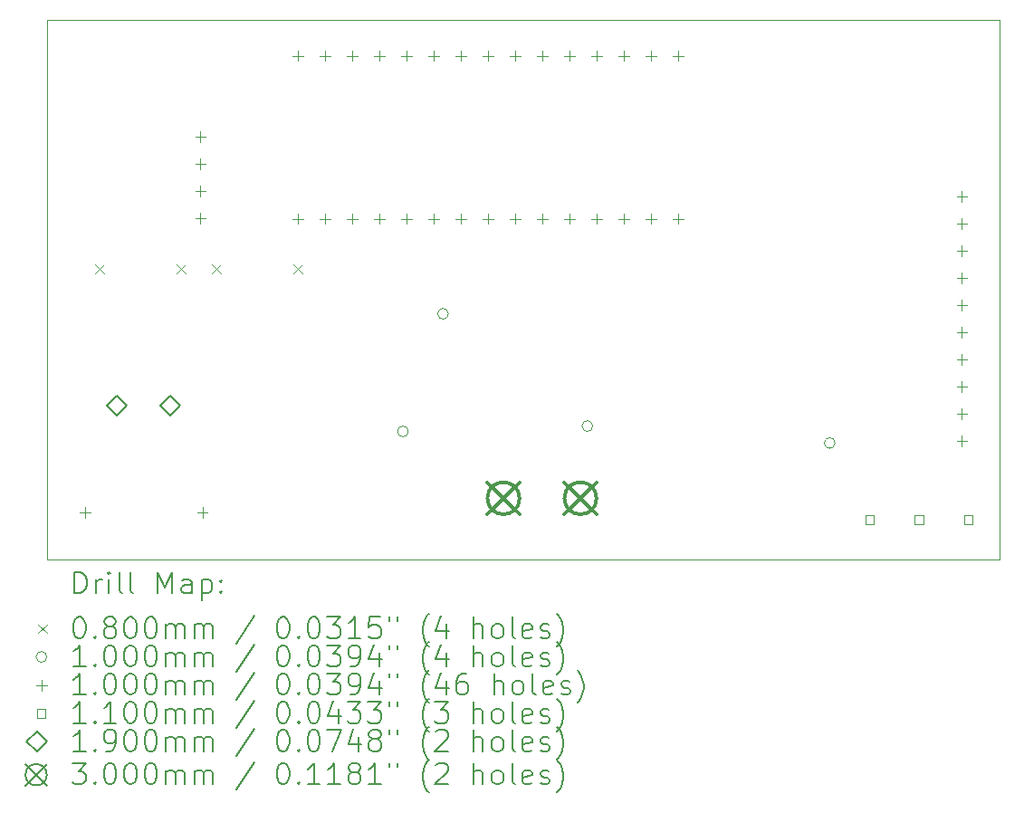
<source format=gbr>
%TF.GenerationSoftware,KiCad,Pcbnew,6.0.7*%
%TF.CreationDate,2023-02-15T11:14:19-05:00*%
%TF.ProjectId,Actuator Driver,41637475-6174-46f7-9220-447269766572,rev?*%
%TF.SameCoordinates,Original*%
%TF.FileFunction,Drillmap*%
%TF.FilePolarity,Positive*%
%FSLAX45Y45*%
G04 Gerber Fmt 4.5, Leading zero omitted, Abs format (unit mm)*
G04 Created by KiCad (PCBNEW 6.0.7) date 2023-02-15 11:14:19*
%MOMM*%
%LPD*%
G01*
G04 APERTURE LIST*
%ADD10C,0.100000*%
%ADD11C,0.200000*%
%ADD12C,0.080000*%
%ADD13C,0.110000*%
%ADD14C,0.190000*%
%ADD15C,0.300000*%
G04 APERTURE END LIST*
D10*
X10400000Y-8500000D02*
X19300000Y-8500000D01*
X19300000Y-8500000D02*
X19300000Y-13550000D01*
X19300000Y-13550000D02*
X10400000Y-13550000D01*
X10400000Y-13550000D02*
X10400000Y-8500000D01*
D11*
D12*
X10849000Y-10790000D02*
X10929000Y-10870000D01*
X10929000Y-10790000D02*
X10849000Y-10870000D01*
X11611000Y-10790000D02*
X11691000Y-10870000D01*
X11691000Y-10790000D02*
X11611000Y-10870000D01*
X11939000Y-10790000D02*
X12019000Y-10870000D01*
X12019000Y-10790000D02*
X11939000Y-10870000D01*
X12701000Y-10790000D02*
X12781000Y-10870000D01*
X12781000Y-10790000D02*
X12701000Y-10870000D01*
D10*
X13775000Y-12350000D02*
G75*
G03*
X13775000Y-12350000I-50000J0D01*
G01*
X14150000Y-11250000D02*
G75*
G03*
X14150000Y-11250000I-50000J0D01*
G01*
X15500000Y-12300000D02*
G75*
G03*
X15500000Y-12300000I-50000J0D01*
G01*
X17765000Y-12459000D02*
G75*
G03*
X17765000Y-12459000I-50000J0D01*
G01*
X10750000Y-13057500D02*
X10750000Y-13157500D01*
X10700000Y-13107500D02*
X10800000Y-13107500D01*
X11832000Y-9544000D02*
X11832000Y-9644000D01*
X11782000Y-9594000D02*
X11882000Y-9594000D01*
X11832000Y-9798000D02*
X11832000Y-9898000D01*
X11782000Y-9848000D02*
X11882000Y-9848000D01*
X11832000Y-10052000D02*
X11832000Y-10152000D01*
X11782000Y-10102000D02*
X11882000Y-10102000D01*
X11832000Y-10306000D02*
X11832000Y-10406000D01*
X11782000Y-10356000D02*
X11882000Y-10356000D01*
X11850000Y-13057500D02*
X11850000Y-13157500D01*
X11800000Y-13107500D02*
X11900000Y-13107500D01*
X12745000Y-8787000D02*
X12745000Y-8887000D01*
X12695000Y-8837000D02*
X12795000Y-8837000D01*
X12745000Y-10311000D02*
X12745000Y-10411000D01*
X12695000Y-10361000D02*
X12795000Y-10361000D01*
X12999000Y-8787000D02*
X12999000Y-8887000D01*
X12949000Y-8837000D02*
X13049000Y-8837000D01*
X12999000Y-10311000D02*
X12999000Y-10411000D01*
X12949000Y-10361000D02*
X13049000Y-10361000D01*
X13253000Y-8787000D02*
X13253000Y-8887000D01*
X13203000Y-8837000D02*
X13303000Y-8837000D01*
X13253000Y-10311000D02*
X13253000Y-10411000D01*
X13203000Y-10361000D02*
X13303000Y-10361000D01*
X13507000Y-8787000D02*
X13507000Y-8887000D01*
X13457000Y-8837000D02*
X13557000Y-8837000D01*
X13507000Y-10311000D02*
X13507000Y-10411000D01*
X13457000Y-10361000D02*
X13557000Y-10361000D01*
X13761000Y-8787000D02*
X13761000Y-8887000D01*
X13711000Y-8837000D02*
X13811000Y-8837000D01*
X13761000Y-10311000D02*
X13761000Y-10411000D01*
X13711000Y-10361000D02*
X13811000Y-10361000D01*
X14015000Y-8787000D02*
X14015000Y-8887000D01*
X13965000Y-8837000D02*
X14065000Y-8837000D01*
X14015000Y-10311000D02*
X14015000Y-10411000D01*
X13965000Y-10361000D02*
X14065000Y-10361000D01*
X14269000Y-8787000D02*
X14269000Y-8887000D01*
X14219000Y-8837000D02*
X14319000Y-8837000D01*
X14269000Y-10311000D02*
X14269000Y-10411000D01*
X14219000Y-10361000D02*
X14319000Y-10361000D01*
X14523000Y-8787000D02*
X14523000Y-8887000D01*
X14473000Y-8837000D02*
X14573000Y-8837000D01*
X14523000Y-10311000D02*
X14523000Y-10411000D01*
X14473000Y-10361000D02*
X14573000Y-10361000D01*
X14777000Y-8787000D02*
X14777000Y-8887000D01*
X14727000Y-8837000D02*
X14827000Y-8837000D01*
X14777000Y-10311000D02*
X14777000Y-10411000D01*
X14727000Y-10361000D02*
X14827000Y-10361000D01*
X15031000Y-8787000D02*
X15031000Y-8887000D01*
X14981000Y-8837000D02*
X15081000Y-8837000D01*
X15031000Y-10311000D02*
X15031000Y-10411000D01*
X14981000Y-10361000D02*
X15081000Y-10361000D01*
X15285000Y-8787000D02*
X15285000Y-8887000D01*
X15235000Y-8837000D02*
X15335000Y-8837000D01*
X15285000Y-10311000D02*
X15285000Y-10411000D01*
X15235000Y-10361000D02*
X15335000Y-10361000D01*
X15539000Y-8787000D02*
X15539000Y-8887000D01*
X15489000Y-8837000D02*
X15589000Y-8837000D01*
X15539000Y-10311000D02*
X15539000Y-10411000D01*
X15489000Y-10361000D02*
X15589000Y-10361000D01*
X15793000Y-8787000D02*
X15793000Y-8887000D01*
X15743000Y-8837000D02*
X15843000Y-8837000D01*
X15793000Y-10311000D02*
X15793000Y-10411000D01*
X15743000Y-10361000D02*
X15843000Y-10361000D01*
X16047000Y-8787000D02*
X16047000Y-8887000D01*
X15997000Y-8837000D02*
X16097000Y-8837000D01*
X16047000Y-10311000D02*
X16047000Y-10411000D01*
X15997000Y-10361000D02*
X16097000Y-10361000D01*
X16301000Y-8787000D02*
X16301000Y-8887000D01*
X16251000Y-8837000D02*
X16351000Y-8837000D01*
X16301000Y-10311000D02*
X16301000Y-10411000D01*
X16251000Y-10361000D02*
X16351000Y-10361000D01*
X18952500Y-10100000D02*
X18952500Y-10200000D01*
X18902500Y-10150000D02*
X19002500Y-10150000D01*
X18952500Y-10354000D02*
X18952500Y-10454000D01*
X18902500Y-10404000D02*
X19002500Y-10404000D01*
X18952500Y-10608000D02*
X18952500Y-10708000D01*
X18902500Y-10658000D02*
X19002500Y-10658000D01*
X18952500Y-10862000D02*
X18952500Y-10962000D01*
X18902500Y-10912000D02*
X19002500Y-10912000D01*
X18952500Y-11116000D02*
X18952500Y-11216000D01*
X18902500Y-11166000D02*
X19002500Y-11166000D01*
X18952500Y-11370000D02*
X18952500Y-11470000D01*
X18902500Y-11420000D02*
X19002500Y-11420000D01*
X18952500Y-11624000D02*
X18952500Y-11724000D01*
X18902500Y-11674000D02*
X19002500Y-11674000D01*
X18952500Y-11878000D02*
X18952500Y-11978000D01*
X18902500Y-11928000D02*
X19002500Y-11928000D01*
X18952500Y-12132000D02*
X18952500Y-12232000D01*
X18902500Y-12182000D02*
X19002500Y-12182000D01*
X18952500Y-12386000D02*
X18952500Y-12486000D01*
X18902500Y-12436000D02*
X19002500Y-12436000D01*
D13*
X18128891Y-13213891D02*
X18128891Y-13136109D01*
X18051109Y-13136109D01*
X18051109Y-13213891D01*
X18128891Y-13213891D01*
X18588891Y-13213891D02*
X18588891Y-13136109D01*
X18511109Y-13136109D01*
X18511109Y-13213891D01*
X18588891Y-13213891D01*
X19048891Y-13213891D02*
X19048891Y-13136109D01*
X18971109Y-13136109D01*
X18971109Y-13213891D01*
X19048891Y-13213891D01*
D14*
X11050000Y-12202500D02*
X11145000Y-12107500D01*
X11050000Y-12012500D01*
X10955000Y-12107500D01*
X11050000Y-12202500D01*
X11550000Y-12202500D02*
X11645000Y-12107500D01*
X11550000Y-12012500D01*
X11455000Y-12107500D01*
X11550000Y-12202500D01*
D15*
X14515000Y-12825000D02*
X14815000Y-13125000D01*
X14815000Y-12825000D02*
X14515000Y-13125000D01*
X14815000Y-12975000D02*
G75*
G03*
X14815000Y-12975000I-150000J0D01*
G01*
X15235000Y-12825000D02*
X15535000Y-13125000D01*
X15535000Y-12825000D02*
X15235000Y-13125000D01*
X15535000Y-12975000D02*
G75*
G03*
X15535000Y-12975000I-150000J0D01*
G01*
D11*
X10652619Y-13865476D02*
X10652619Y-13665476D01*
X10700238Y-13665476D01*
X10728810Y-13675000D01*
X10747857Y-13694048D01*
X10757381Y-13713095D01*
X10766905Y-13751190D01*
X10766905Y-13779762D01*
X10757381Y-13817857D01*
X10747857Y-13836905D01*
X10728810Y-13855952D01*
X10700238Y-13865476D01*
X10652619Y-13865476D01*
X10852619Y-13865476D02*
X10852619Y-13732143D01*
X10852619Y-13770238D02*
X10862143Y-13751190D01*
X10871667Y-13741667D01*
X10890714Y-13732143D01*
X10909762Y-13732143D01*
X10976429Y-13865476D02*
X10976429Y-13732143D01*
X10976429Y-13665476D02*
X10966905Y-13675000D01*
X10976429Y-13684524D01*
X10985952Y-13675000D01*
X10976429Y-13665476D01*
X10976429Y-13684524D01*
X11100238Y-13865476D02*
X11081190Y-13855952D01*
X11071667Y-13836905D01*
X11071667Y-13665476D01*
X11205000Y-13865476D02*
X11185952Y-13855952D01*
X11176429Y-13836905D01*
X11176429Y-13665476D01*
X11433571Y-13865476D02*
X11433571Y-13665476D01*
X11500238Y-13808333D01*
X11566905Y-13665476D01*
X11566905Y-13865476D01*
X11747857Y-13865476D02*
X11747857Y-13760714D01*
X11738333Y-13741667D01*
X11719286Y-13732143D01*
X11681190Y-13732143D01*
X11662143Y-13741667D01*
X11747857Y-13855952D02*
X11728809Y-13865476D01*
X11681190Y-13865476D01*
X11662143Y-13855952D01*
X11652619Y-13836905D01*
X11652619Y-13817857D01*
X11662143Y-13798809D01*
X11681190Y-13789286D01*
X11728809Y-13789286D01*
X11747857Y-13779762D01*
X11843095Y-13732143D02*
X11843095Y-13932143D01*
X11843095Y-13741667D02*
X11862143Y-13732143D01*
X11900238Y-13732143D01*
X11919286Y-13741667D01*
X11928809Y-13751190D01*
X11938333Y-13770238D01*
X11938333Y-13827381D01*
X11928809Y-13846428D01*
X11919286Y-13855952D01*
X11900238Y-13865476D01*
X11862143Y-13865476D01*
X11843095Y-13855952D01*
X12024048Y-13846428D02*
X12033571Y-13855952D01*
X12024048Y-13865476D01*
X12014524Y-13855952D01*
X12024048Y-13846428D01*
X12024048Y-13865476D01*
X12024048Y-13741667D02*
X12033571Y-13751190D01*
X12024048Y-13760714D01*
X12014524Y-13751190D01*
X12024048Y-13741667D01*
X12024048Y-13760714D01*
D12*
X10315000Y-14155000D02*
X10395000Y-14235000D01*
X10395000Y-14155000D02*
X10315000Y-14235000D01*
D11*
X10690714Y-14085476D02*
X10709762Y-14085476D01*
X10728810Y-14095000D01*
X10738333Y-14104524D01*
X10747857Y-14123571D01*
X10757381Y-14161667D01*
X10757381Y-14209286D01*
X10747857Y-14247381D01*
X10738333Y-14266428D01*
X10728810Y-14275952D01*
X10709762Y-14285476D01*
X10690714Y-14285476D01*
X10671667Y-14275952D01*
X10662143Y-14266428D01*
X10652619Y-14247381D01*
X10643095Y-14209286D01*
X10643095Y-14161667D01*
X10652619Y-14123571D01*
X10662143Y-14104524D01*
X10671667Y-14095000D01*
X10690714Y-14085476D01*
X10843095Y-14266428D02*
X10852619Y-14275952D01*
X10843095Y-14285476D01*
X10833571Y-14275952D01*
X10843095Y-14266428D01*
X10843095Y-14285476D01*
X10966905Y-14171190D02*
X10947857Y-14161667D01*
X10938333Y-14152143D01*
X10928810Y-14133095D01*
X10928810Y-14123571D01*
X10938333Y-14104524D01*
X10947857Y-14095000D01*
X10966905Y-14085476D01*
X11005000Y-14085476D01*
X11024048Y-14095000D01*
X11033571Y-14104524D01*
X11043095Y-14123571D01*
X11043095Y-14133095D01*
X11033571Y-14152143D01*
X11024048Y-14161667D01*
X11005000Y-14171190D01*
X10966905Y-14171190D01*
X10947857Y-14180714D01*
X10938333Y-14190238D01*
X10928810Y-14209286D01*
X10928810Y-14247381D01*
X10938333Y-14266428D01*
X10947857Y-14275952D01*
X10966905Y-14285476D01*
X11005000Y-14285476D01*
X11024048Y-14275952D01*
X11033571Y-14266428D01*
X11043095Y-14247381D01*
X11043095Y-14209286D01*
X11033571Y-14190238D01*
X11024048Y-14180714D01*
X11005000Y-14171190D01*
X11166905Y-14085476D02*
X11185952Y-14085476D01*
X11205000Y-14095000D01*
X11214524Y-14104524D01*
X11224048Y-14123571D01*
X11233571Y-14161667D01*
X11233571Y-14209286D01*
X11224048Y-14247381D01*
X11214524Y-14266428D01*
X11205000Y-14275952D01*
X11185952Y-14285476D01*
X11166905Y-14285476D01*
X11147857Y-14275952D01*
X11138333Y-14266428D01*
X11128810Y-14247381D01*
X11119286Y-14209286D01*
X11119286Y-14161667D01*
X11128810Y-14123571D01*
X11138333Y-14104524D01*
X11147857Y-14095000D01*
X11166905Y-14085476D01*
X11357381Y-14085476D02*
X11376428Y-14085476D01*
X11395476Y-14095000D01*
X11405000Y-14104524D01*
X11414524Y-14123571D01*
X11424048Y-14161667D01*
X11424048Y-14209286D01*
X11414524Y-14247381D01*
X11405000Y-14266428D01*
X11395476Y-14275952D01*
X11376428Y-14285476D01*
X11357381Y-14285476D01*
X11338333Y-14275952D01*
X11328809Y-14266428D01*
X11319286Y-14247381D01*
X11309762Y-14209286D01*
X11309762Y-14161667D01*
X11319286Y-14123571D01*
X11328809Y-14104524D01*
X11338333Y-14095000D01*
X11357381Y-14085476D01*
X11509762Y-14285476D02*
X11509762Y-14152143D01*
X11509762Y-14171190D02*
X11519286Y-14161667D01*
X11538333Y-14152143D01*
X11566905Y-14152143D01*
X11585952Y-14161667D01*
X11595476Y-14180714D01*
X11595476Y-14285476D01*
X11595476Y-14180714D02*
X11605000Y-14161667D01*
X11624048Y-14152143D01*
X11652619Y-14152143D01*
X11671667Y-14161667D01*
X11681190Y-14180714D01*
X11681190Y-14285476D01*
X11776428Y-14285476D02*
X11776428Y-14152143D01*
X11776428Y-14171190D02*
X11785952Y-14161667D01*
X11805000Y-14152143D01*
X11833571Y-14152143D01*
X11852619Y-14161667D01*
X11862143Y-14180714D01*
X11862143Y-14285476D01*
X11862143Y-14180714D02*
X11871667Y-14161667D01*
X11890714Y-14152143D01*
X11919286Y-14152143D01*
X11938333Y-14161667D01*
X11947857Y-14180714D01*
X11947857Y-14285476D01*
X12338333Y-14075952D02*
X12166905Y-14333095D01*
X12595476Y-14085476D02*
X12614524Y-14085476D01*
X12633571Y-14095000D01*
X12643095Y-14104524D01*
X12652619Y-14123571D01*
X12662143Y-14161667D01*
X12662143Y-14209286D01*
X12652619Y-14247381D01*
X12643095Y-14266428D01*
X12633571Y-14275952D01*
X12614524Y-14285476D01*
X12595476Y-14285476D01*
X12576428Y-14275952D01*
X12566905Y-14266428D01*
X12557381Y-14247381D01*
X12547857Y-14209286D01*
X12547857Y-14161667D01*
X12557381Y-14123571D01*
X12566905Y-14104524D01*
X12576428Y-14095000D01*
X12595476Y-14085476D01*
X12747857Y-14266428D02*
X12757381Y-14275952D01*
X12747857Y-14285476D01*
X12738333Y-14275952D01*
X12747857Y-14266428D01*
X12747857Y-14285476D01*
X12881190Y-14085476D02*
X12900238Y-14085476D01*
X12919286Y-14095000D01*
X12928809Y-14104524D01*
X12938333Y-14123571D01*
X12947857Y-14161667D01*
X12947857Y-14209286D01*
X12938333Y-14247381D01*
X12928809Y-14266428D01*
X12919286Y-14275952D01*
X12900238Y-14285476D01*
X12881190Y-14285476D01*
X12862143Y-14275952D01*
X12852619Y-14266428D01*
X12843095Y-14247381D01*
X12833571Y-14209286D01*
X12833571Y-14161667D01*
X12843095Y-14123571D01*
X12852619Y-14104524D01*
X12862143Y-14095000D01*
X12881190Y-14085476D01*
X13014524Y-14085476D02*
X13138333Y-14085476D01*
X13071667Y-14161667D01*
X13100238Y-14161667D01*
X13119286Y-14171190D01*
X13128809Y-14180714D01*
X13138333Y-14199762D01*
X13138333Y-14247381D01*
X13128809Y-14266428D01*
X13119286Y-14275952D01*
X13100238Y-14285476D01*
X13043095Y-14285476D01*
X13024048Y-14275952D01*
X13014524Y-14266428D01*
X13328809Y-14285476D02*
X13214524Y-14285476D01*
X13271667Y-14285476D02*
X13271667Y-14085476D01*
X13252619Y-14114048D01*
X13233571Y-14133095D01*
X13214524Y-14142619D01*
X13509762Y-14085476D02*
X13414524Y-14085476D01*
X13405000Y-14180714D01*
X13414524Y-14171190D01*
X13433571Y-14161667D01*
X13481190Y-14161667D01*
X13500238Y-14171190D01*
X13509762Y-14180714D01*
X13519286Y-14199762D01*
X13519286Y-14247381D01*
X13509762Y-14266428D01*
X13500238Y-14275952D01*
X13481190Y-14285476D01*
X13433571Y-14285476D01*
X13414524Y-14275952D01*
X13405000Y-14266428D01*
X13595476Y-14085476D02*
X13595476Y-14123571D01*
X13671667Y-14085476D02*
X13671667Y-14123571D01*
X13966905Y-14361667D02*
X13957381Y-14352143D01*
X13938333Y-14323571D01*
X13928809Y-14304524D01*
X13919286Y-14275952D01*
X13909762Y-14228333D01*
X13909762Y-14190238D01*
X13919286Y-14142619D01*
X13928809Y-14114048D01*
X13938333Y-14095000D01*
X13957381Y-14066428D01*
X13966905Y-14056905D01*
X14128809Y-14152143D02*
X14128809Y-14285476D01*
X14081190Y-14075952D02*
X14033571Y-14218809D01*
X14157381Y-14218809D01*
X14385952Y-14285476D02*
X14385952Y-14085476D01*
X14471667Y-14285476D02*
X14471667Y-14180714D01*
X14462143Y-14161667D01*
X14443095Y-14152143D01*
X14414524Y-14152143D01*
X14395476Y-14161667D01*
X14385952Y-14171190D01*
X14595476Y-14285476D02*
X14576428Y-14275952D01*
X14566905Y-14266428D01*
X14557381Y-14247381D01*
X14557381Y-14190238D01*
X14566905Y-14171190D01*
X14576428Y-14161667D01*
X14595476Y-14152143D01*
X14624048Y-14152143D01*
X14643095Y-14161667D01*
X14652619Y-14171190D01*
X14662143Y-14190238D01*
X14662143Y-14247381D01*
X14652619Y-14266428D01*
X14643095Y-14275952D01*
X14624048Y-14285476D01*
X14595476Y-14285476D01*
X14776428Y-14285476D02*
X14757381Y-14275952D01*
X14747857Y-14256905D01*
X14747857Y-14085476D01*
X14928809Y-14275952D02*
X14909762Y-14285476D01*
X14871667Y-14285476D01*
X14852619Y-14275952D01*
X14843095Y-14256905D01*
X14843095Y-14180714D01*
X14852619Y-14161667D01*
X14871667Y-14152143D01*
X14909762Y-14152143D01*
X14928809Y-14161667D01*
X14938333Y-14180714D01*
X14938333Y-14199762D01*
X14843095Y-14218809D01*
X15014524Y-14275952D02*
X15033571Y-14285476D01*
X15071667Y-14285476D01*
X15090714Y-14275952D01*
X15100238Y-14256905D01*
X15100238Y-14247381D01*
X15090714Y-14228333D01*
X15071667Y-14218809D01*
X15043095Y-14218809D01*
X15024048Y-14209286D01*
X15014524Y-14190238D01*
X15014524Y-14180714D01*
X15024048Y-14161667D01*
X15043095Y-14152143D01*
X15071667Y-14152143D01*
X15090714Y-14161667D01*
X15166905Y-14361667D02*
X15176428Y-14352143D01*
X15195476Y-14323571D01*
X15205000Y-14304524D01*
X15214524Y-14275952D01*
X15224048Y-14228333D01*
X15224048Y-14190238D01*
X15214524Y-14142619D01*
X15205000Y-14114048D01*
X15195476Y-14095000D01*
X15176428Y-14066428D01*
X15166905Y-14056905D01*
D10*
X10395000Y-14459000D02*
G75*
G03*
X10395000Y-14459000I-50000J0D01*
G01*
D11*
X10757381Y-14549476D02*
X10643095Y-14549476D01*
X10700238Y-14549476D02*
X10700238Y-14349476D01*
X10681190Y-14378048D01*
X10662143Y-14397095D01*
X10643095Y-14406619D01*
X10843095Y-14530428D02*
X10852619Y-14539952D01*
X10843095Y-14549476D01*
X10833571Y-14539952D01*
X10843095Y-14530428D01*
X10843095Y-14549476D01*
X10976429Y-14349476D02*
X10995476Y-14349476D01*
X11014524Y-14359000D01*
X11024048Y-14368524D01*
X11033571Y-14387571D01*
X11043095Y-14425667D01*
X11043095Y-14473286D01*
X11033571Y-14511381D01*
X11024048Y-14530428D01*
X11014524Y-14539952D01*
X10995476Y-14549476D01*
X10976429Y-14549476D01*
X10957381Y-14539952D01*
X10947857Y-14530428D01*
X10938333Y-14511381D01*
X10928810Y-14473286D01*
X10928810Y-14425667D01*
X10938333Y-14387571D01*
X10947857Y-14368524D01*
X10957381Y-14359000D01*
X10976429Y-14349476D01*
X11166905Y-14349476D02*
X11185952Y-14349476D01*
X11205000Y-14359000D01*
X11214524Y-14368524D01*
X11224048Y-14387571D01*
X11233571Y-14425667D01*
X11233571Y-14473286D01*
X11224048Y-14511381D01*
X11214524Y-14530428D01*
X11205000Y-14539952D01*
X11185952Y-14549476D01*
X11166905Y-14549476D01*
X11147857Y-14539952D01*
X11138333Y-14530428D01*
X11128810Y-14511381D01*
X11119286Y-14473286D01*
X11119286Y-14425667D01*
X11128810Y-14387571D01*
X11138333Y-14368524D01*
X11147857Y-14359000D01*
X11166905Y-14349476D01*
X11357381Y-14349476D02*
X11376428Y-14349476D01*
X11395476Y-14359000D01*
X11405000Y-14368524D01*
X11414524Y-14387571D01*
X11424048Y-14425667D01*
X11424048Y-14473286D01*
X11414524Y-14511381D01*
X11405000Y-14530428D01*
X11395476Y-14539952D01*
X11376428Y-14549476D01*
X11357381Y-14549476D01*
X11338333Y-14539952D01*
X11328809Y-14530428D01*
X11319286Y-14511381D01*
X11309762Y-14473286D01*
X11309762Y-14425667D01*
X11319286Y-14387571D01*
X11328809Y-14368524D01*
X11338333Y-14359000D01*
X11357381Y-14349476D01*
X11509762Y-14549476D02*
X11509762Y-14416143D01*
X11509762Y-14435190D02*
X11519286Y-14425667D01*
X11538333Y-14416143D01*
X11566905Y-14416143D01*
X11585952Y-14425667D01*
X11595476Y-14444714D01*
X11595476Y-14549476D01*
X11595476Y-14444714D02*
X11605000Y-14425667D01*
X11624048Y-14416143D01*
X11652619Y-14416143D01*
X11671667Y-14425667D01*
X11681190Y-14444714D01*
X11681190Y-14549476D01*
X11776428Y-14549476D02*
X11776428Y-14416143D01*
X11776428Y-14435190D02*
X11785952Y-14425667D01*
X11805000Y-14416143D01*
X11833571Y-14416143D01*
X11852619Y-14425667D01*
X11862143Y-14444714D01*
X11862143Y-14549476D01*
X11862143Y-14444714D02*
X11871667Y-14425667D01*
X11890714Y-14416143D01*
X11919286Y-14416143D01*
X11938333Y-14425667D01*
X11947857Y-14444714D01*
X11947857Y-14549476D01*
X12338333Y-14339952D02*
X12166905Y-14597095D01*
X12595476Y-14349476D02*
X12614524Y-14349476D01*
X12633571Y-14359000D01*
X12643095Y-14368524D01*
X12652619Y-14387571D01*
X12662143Y-14425667D01*
X12662143Y-14473286D01*
X12652619Y-14511381D01*
X12643095Y-14530428D01*
X12633571Y-14539952D01*
X12614524Y-14549476D01*
X12595476Y-14549476D01*
X12576428Y-14539952D01*
X12566905Y-14530428D01*
X12557381Y-14511381D01*
X12547857Y-14473286D01*
X12547857Y-14425667D01*
X12557381Y-14387571D01*
X12566905Y-14368524D01*
X12576428Y-14359000D01*
X12595476Y-14349476D01*
X12747857Y-14530428D02*
X12757381Y-14539952D01*
X12747857Y-14549476D01*
X12738333Y-14539952D01*
X12747857Y-14530428D01*
X12747857Y-14549476D01*
X12881190Y-14349476D02*
X12900238Y-14349476D01*
X12919286Y-14359000D01*
X12928809Y-14368524D01*
X12938333Y-14387571D01*
X12947857Y-14425667D01*
X12947857Y-14473286D01*
X12938333Y-14511381D01*
X12928809Y-14530428D01*
X12919286Y-14539952D01*
X12900238Y-14549476D01*
X12881190Y-14549476D01*
X12862143Y-14539952D01*
X12852619Y-14530428D01*
X12843095Y-14511381D01*
X12833571Y-14473286D01*
X12833571Y-14425667D01*
X12843095Y-14387571D01*
X12852619Y-14368524D01*
X12862143Y-14359000D01*
X12881190Y-14349476D01*
X13014524Y-14349476D02*
X13138333Y-14349476D01*
X13071667Y-14425667D01*
X13100238Y-14425667D01*
X13119286Y-14435190D01*
X13128809Y-14444714D01*
X13138333Y-14463762D01*
X13138333Y-14511381D01*
X13128809Y-14530428D01*
X13119286Y-14539952D01*
X13100238Y-14549476D01*
X13043095Y-14549476D01*
X13024048Y-14539952D01*
X13014524Y-14530428D01*
X13233571Y-14549476D02*
X13271667Y-14549476D01*
X13290714Y-14539952D01*
X13300238Y-14530428D01*
X13319286Y-14501857D01*
X13328809Y-14463762D01*
X13328809Y-14387571D01*
X13319286Y-14368524D01*
X13309762Y-14359000D01*
X13290714Y-14349476D01*
X13252619Y-14349476D01*
X13233571Y-14359000D01*
X13224048Y-14368524D01*
X13214524Y-14387571D01*
X13214524Y-14435190D01*
X13224048Y-14454238D01*
X13233571Y-14463762D01*
X13252619Y-14473286D01*
X13290714Y-14473286D01*
X13309762Y-14463762D01*
X13319286Y-14454238D01*
X13328809Y-14435190D01*
X13500238Y-14416143D02*
X13500238Y-14549476D01*
X13452619Y-14339952D02*
X13405000Y-14482809D01*
X13528809Y-14482809D01*
X13595476Y-14349476D02*
X13595476Y-14387571D01*
X13671667Y-14349476D02*
X13671667Y-14387571D01*
X13966905Y-14625667D02*
X13957381Y-14616143D01*
X13938333Y-14587571D01*
X13928809Y-14568524D01*
X13919286Y-14539952D01*
X13909762Y-14492333D01*
X13909762Y-14454238D01*
X13919286Y-14406619D01*
X13928809Y-14378048D01*
X13938333Y-14359000D01*
X13957381Y-14330428D01*
X13966905Y-14320905D01*
X14128809Y-14416143D02*
X14128809Y-14549476D01*
X14081190Y-14339952D02*
X14033571Y-14482809D01*
X14157381Y-14482809D01*
X14385952Y-14549476D02*
X14385952Y-14349476D01*
X14471667Y-14549476D02*
X14471667Y-14444714D01*
X14462143Y-14425667D01*
X14443095Y-14416143D01*
X14414524Y-14416143D01*
X14395476Y-14425667D01*
X14385952Y-14435190D01*
X14595476Y-14549476D02*
X14576428Y-14539952D01*
X14566905Y-14530428D01*
X14557381Y-14511381D01*
X14557381Y-14454238D01*
X14566905Y-14435190D01*
X14576428Y-14425667D01*
X14595476Y-14416143D01*
X14624048Y-14416143D01*
X14643095Y-14425667D01*
X14652619Y-14435190D01*
X14662143Y-14454238D01*
X14662143Y-14511381D01*
X14652619Y-14530428D01*
X14643095Y-14539952D01*
X14624048Y-14549476D01*
X14595476Y-14549476D01*
X14776428Y-14549476D02*
X14757381Y-14539952D01*
X14747857Y-14520905D01*
X14747857Y-14349476D01*
X14928809Y-14539952D02*
X14909762Y-14549476D01*
X14871667Y-14549476D01*
X14852619Y-14539952D01*
X14843095Y-14520905D01*
X14843095Y-14444714D01*
X14852619Y-14425667D01*
X14871667Y-14416143D01*
X14909762Y-14416143D01*
X14928809Y-14425667D01*
X14938333Y-14444714D01*
X14938333Y-14463762D01*
X14843095Y-14482809D01*
X15014524Y-14539952D02*
X15033571Y-14549476D01*
X15071667Y-14549476D01*
X15090714Y-14539952D01*
X15100238Y-14520905D01*
X15100238Y-14511381D01*
X15090714Y-14492333D01*
X15071667Y-14482809D01*
X15043095Y-14482809D01*
X15024048Y-14473286D01*
X15014524Y-14454238D01*
X15014524Y-14444714D01*
X15024048Y-14425667D01*
X15043095Y-14416143D01*
X15071667Y-14416143D01*
X15090714Y-14425667D01*
X15166905Y-14625667D02*
X15176428Y-14616143D01*
X15195476Y-14587571D01*
X15205000Y-14568524D01*
X15214524Y-14539952D01*
X15224048Y-14492333D01*
X15224048Y-14454238D01*
X15214524Y-14406619D01*
X15205000Y-14378048D01*
X15195476Y-14359000D01*
X15176428Y-14330428D01*
X15166905Y-14320905D01*
D10*
X10345000Y-14673000D02*
X10345000Y-14773000D01*
X10295000Y-14723000D02*
X10395000Y-14723000D01*
D11*
X10757381Y-14813476D02*
X10643095Y-14813476D01*
X10700238Y-14813476D02*
X10700238Y-14613476D01*
X10681190Y-14642048D01*
X10662143Y-14661095D01*
X10643095Y-14670619D01*
X10843095Y-14794428D02*
X10852619Y-14803952D01*
X10843095Y-14813476D01*
X10833571Y-14803952D01*
X10843095Y-14794428D01*
X10843095Y-14813476D01*
X10976429Y-14613476D02*
X10995476Y-14613476D01*
X11014524Y-14623000D01*
X11024048Y-14632524D01*
X11033571Y-14651571D01*
X11043095Y-14689667D01*
X11043095Y-14737286D01*
X11033571Y-14775381D01*
X11024048Y-14794428D01*
X11014524Y-14803952D01*
X10995476Y-14813476D01*
X10976429Y-14813476D01*
X10957381Y-14803952D01*
X10947857Y-14794428D01*
X10938333Y-14775381D01*
X10928810Y-14737286D01*
X10928810Y-14689667D01*
X10938333Y-14651571D01*
X10947857Y-14632524D01*
X10957381Y-14623000D01*
X10976429Y-14613476D01*
X11166905Y-14613476D02*
X11185952Y-14613476D01*
X11205000Y-14623000D01*
X11214524Y-14632524D01*
X11224048Y-14651571D01*
X11233571Y-14689667D01*
X11233571Y-14737286D01*
X11224048Y-14775381D01*
X11214524Y-14794428D01*
X11205000Y-14803952D01*
X11185952Y-14813476D01*
X11166905Y-14813476D01*
X11147857Y-14803952D01*
X11138333Y-14794428D01*
X11128810Y-14775381D01*
X11119286Y-14737286D01*
X11119286Y-14689667D01*
X11128810Y-14651571D01*
X11138333Y-14632524D01*
X11147857Y-14623000D01*
X11166905Y-14613476D01*
X11357381Y-14613476D02*
X11376428Y-14613476D01*
X11395476Y-14623000D01*
X11405000Y-14632524D01*
X11414524Y-14651571D01*
X11424048Y-14689667D01*
X11424048Y-14737286D01*
X11414524Y-14775381D01*
X11405000Y-14794428D01*
X11395476Y-14803952D01*
X11376428Y-14813476D01*
X11357381Y-14813476D01*
X11338333Y-14803952D01*
X11328809Y-14794428D01*
X11319286Y-14775381D01*
X11309762Y-14737286D01*
X11309762Y-14689667D01*
X11319286Y-14651571D01*
X11328809Y-14632524D01*
X11338333Y-14623000D01*
X11357381Y-14613476D01*
X11509762Y-14813476D02*
X11509762Y-14680143D01*
X11509762Y-14699190D02*
X11519286Y-14689667D01*
X11538333Y-14680143D01*
X11566905Y-14680143D01*
X11585952Y-14689667D01*
X11595476Y-14708714D01*
X11595476Y-14813476D01*
X11595476Y-14708714D02*
X11605000Y-14689667D01*
X11624048Y-14680143D01*
X11652619Y-14680143D01*
X11671667Y-14689667D01*
X11681190Y-14708714D01*
X11681190Y-14813476D01*
X11776428Y-14813476D02*
X11776428Y-14680143D01*
X11776428Y-14699190D02*
X11785952Y-14689667D01*
X11805000Y-14680143D01*
X11833571Y-14680143D01*
X11852619Y-14689667D01*
X11862143Y-14708714D01*
X11862143Y-14813476D01*
X11862143Y-14708714D02*
X11871667Y-14689667D01*
X11890714Y-14680143D01*
X11919286Y-14680143D01*
X11938333Y-14689667D01*
X11947857Y-14708714D01*
X11947857Y-14813476D01*
X12338333Y-14603952D02*
X12166905Y-14861095D01*
X12595476Y-14613476D02*
X12614524Y-14613476D01*
X12633571Y-14623000D01*
X12643095Y-14632524D01*
X12652619Y-14651571D01*
X12662143Y-14689667D01*
X12662143Y-14737286D01*
X12652619Y-14775381D01*
X12643095Y-14794428D01*
X12633571Y-14803952D01*
X12614524Y-14813476D01*
X12595476Y-14813476D01*
X12576428Y-14803952D01*
X12566905Y-14794428D01*
X12557381Y-14775381D01*
X12547857Y-14737286D01*
X12547857Y-14689667D01*
X12557381Y-14651571D01*
X12566905Y-14632524D01*
X12576428Y-14623000D01*
X12595476Y-14613476D01*
X12747857Y-14794428D02*
X12757381Y-14803952D01*
X12747857Y-14813476D01*
X12738333Y-14803952D01*
X12747857Y-14794428D01*
X12747857Y-14813476D01*
X12881190Y-14613476D02*
X12900238Y-14613476D01*
X12919286Y-14623000D01*
X12928809Y-14632524D01*
X12938333Y-14651571D01*
X12947857Y-14689667D01*
X12947857Y-14737286D01*
X12938333Y-14775381D01*
X12928809Y-14794428D01*
X12919286Y-14803952D01*
X12900238Y-14813476D01*
X12881190Y-14813476D01*
X12862143Y-14803952D01*
X12852619Y-14794428D01*
X12843095Y-14775381D01*
X12833571Y-14737286D01*
X12833571Y-14689667D01*
X12843095Y-14651571D01*
X12852619Y-14632524D01*
X12862143Y-14623000D01*
X12881190Y-14613476D01*
X13014524Y-14613476D02*
X13138333Y-14613476D01*
X13071667Y-14689667D01*
X13100238Y-14689667D01*
X13119286Y-14699190D01*
X13128809Y-14708714D01*
X13138333Y-14727762D01*
X13138333Y-14775381D01*
X13128809Y-14794428D01*
X13119286Y-14803952D01*
X13100238Y-14813476D01*
X13043095Y-14813476D01*
X13024048Y-14803952D01*
X13014524Y-14794428D01*
X13233571Y-14813476D02*
X13271667Y-14813476D01*
X13290714Y-14803952D01*
X13300238Y-14794428D01*
X13319286Y-14765857D01*
X13328809Y-14727762D01*
X13328809Y-14651571D01*
X13319286Y-14632524D01*
X13309762Y-14623000D01*
X13290714Y-14613476D01*
X13252619Y-14613476D01*
X13233571Y-14623000D01*
X13224048Y-14632524D01*
X13214524Y-14651571D01*
X13214524Y-14699190D01*
X13224048Y-14718238D01*
X13233571Y-14727762D01*
X13252619Y-14737286D01*
X13290714Y-14737286D01*
X13309762Y-14727762D01*
X13319286Y-14718238D01*
X13328809Y-14699190D01*
X13500238Y-14680143D02*
X13500238Y-14813476D01*
X13452619Y-14603952D02*
X13405000Y-14746809D01*
X13528809Y-14746809D01*
X13595476Y-14613476D02*
X13595476Y-14651571D01*
X13671667Y-14613476D02*
X13671667Y-14651571D01*
X13966905Y-14889667D02*
X13957381Y-14880143D01*
X13938333Y-14851571D01*
X13928809Y-14832524D01*
X13919286Y-14803952D01*
X13909762Y-14756333D01*
X13909762Y-14718238D01*
X13919286Y-14670619D01*
X13928809Y-14642048D01*
X13938333Y-14623000D01*
X13957381Y-14594428D01*
X13966905Y-14584905D01*
X14128809Y-14680143D02*
X14128809Y-14813476D01*
X14081190Y-14603952D02*
X14033571Y-14746809D01*
X14157381Y-14746809D01*
X14319286Y-14613476D02*
X14281190Y-14613476D01*
X14262143Y-14623000D01*
X14252619Y-14632524D01*
X14233571Y-14661095D01*
X14224048Y-14699190D01*
X14224048Y-14775381D01*
X14233571Y-14794428D01*
X14243095Y-14803952D01*
X14262143Y-14813476D01*
X14300238Y-14813476D01*
X14319286Y-14803952D01*
X14328809Y-14794428D01*
X14338333Y-14775381D01*
X14338333Y-14727762D01*
X14328809Y-14708714D01*
X14319286Y-14699190D01*
X14300238Y-14689667D01*
X14262143Y-14689667D01*
X14243095Y-14699190D01*
X14233571Y-14708714D01*
X14224048Y-14727762D01*
X14576428Y-14813476D02*
X14576428Y-14613476D01*
X14662143Y-14813476D02*
X14662143Y-14708714D01*
X14652619Y-14689667D01*
X14633571Y-14680143D01*
X14605000Y-14680143D01*
X14585952Y-14689667D01*
X14576428Y-14699190D01*
X14785952Y-14813476D02*
X14766905Y-14803952D01*
X14757381Y-14794428D01*
X14747857Y-14775381D01*
X14747857Y-14718238D01*
X14757381Y-14699190D01*
X14766905Y-14689667D01*
X14785952Y-14680143D01*
X14814524Y-14680143D01*
X14833571Y-14689667D01*
X14843095Y-14699190D01*
X14852619Y-14718238D01*
X14852619Y-14775381D01*
X14843095Y-14794428D01*
X14833571Y-14803952D01*
X14814524Y-14813476D01*
X14785952Y-14813476D01*
X14966905Y-14813476D02*
X14947857Y-14803952D01*
X14938333Y-14784905D01*
X14938333Y-14613476D01*
X15119286Y-14803952D02*
X15100238Y-14813476D01*
X15062143Y-14813476D01*
X15043095Y-14803952D01*
X15033571Y-14784905D01*
X15033571Y-14708714D01*
X15043095Y-14689667D01*
X15062143Y-14680143D01*
X15100238Y-14680143D01*
X15119286Y-14689667D01*
X15128809Y-14708714D01*
X15128809Y-14727762D01*
X15033571Y-14746809D01*
X15205000Y-14803952D02*
X15224048Y-14813476D01*
X15262143Y-14813476D01*
X15281190Y-14803952D01*
X15290714Y-14784905D01*
X15290714Y-14775381D01*
X15281190Y-14756333D01*
X15262143Y-14746809D01*
X15233571Y-14746809D01*
X15214524Y-14737286D01*
X15205000Y-14718238D01*
X15205000Y-14708714D01*
X15214524Y-14689667D01*
X15233571Y-14680143D01*
X15262143Y-14680143D01*
X15281190Y-14689667D01*
X15357381Y-14889667D02*
X15366905Y-14880143D01*
X15385952Y-14851571D01*
X15395476Y-14832524D01*
X15405000Y-14803952D01*
X15414524Y-14756333D01*
X15414524Y-14718238D01*
X15405000Y-14670619D01*
X15395476Y-14642048D01*
X15385952Y-14623000D01*
X15366905Y-14594428D01*
X15357381Y-14584905D01*
D13*
X10378891Y-15025891D02*
X10378891Y-14948109D01*
X10301109Y-14948109D01*
X10301109Y-15025891D01*
X10378891Y-15025891D01*
D11*
X10757381Y-15077476D02*
X10643095Y-15077476D01*
X10700238Y-15077476D02*
X10700238Y-14877476D01*
X10681190Y-14906048D01*
X10662143Y-14925095D01*
X10643095Y-14934619D01*
X10843095Y-15058428D02*
X10852619Y-15067952D01*
X10843095Y-15077476D01*
X10833571Y-15067952D01*
X10843095Y-15058428D01*
X10843095Y-15077476D01*
X11043095Y-15077476D02*
X10928810Y-15077476D01*
X10985952Y-15077476D02*
X10985952Y-14877476D01*
X10966905Y-14906048D01*
X10947857Y-14925095D01*
X10928810Y-14934619D01*
X11166905Y-14877476D02*
X11185952Y-14877476D01*
X11205000Y-14887000D01*
X11214524Y-14896524D01*
X11224048Y-14915571D01*
X11233571Y-14953667D01*
X11233571Y-15001286D01*
X11224048Y-15039381D01*
X11214524Y-15058428D01*
X11205000Y-15067952D01*
X11185952Y-15077476D01*
X11166905Y-15077476D01*
X11147857Y-15067952D01*
X11138333Y-15058428D01*
X11128810Y-15039381D01*
X11119286Y-15001286D01*
X11119286Y-14953667D01*
X11128810Y-14915571D01*
X11138333Y-14896524D01*
X11147857Y-14887000D01*
X11166905Y-14877476D01*
X11357381Y-14877476D02*
X11376428Y-14877476D01*
X11395476Y-14887000D01*
X11405000Y-14896524D01*
X11414524Y-14915571D01*
X11424048Y-14953667D01*
X11424048Y-15001286D01*
X11414524Y-15039381D01*
X11405000Y-15058428D01*
X11395476Y-15067952D01*
X11376428Y-15077476D01*
X11357381Y-15077476D01*
X11338333Y-15067952D01*
X11328809Y-15058428D01*
X11319286Y-15039381D01*
X11309762Y-15001286D01*
X11309762Y-14953667D01*
X11319286Y-14915571D01*
X11328809Y-14896524D01*
X11338333Y-14887000D01*
X11357381Y-14877476D01*
X11509762Y-15077476D02*
X11509762Y-14944143D01*
X11509762Y-14963190D02*
X11519286Y-14953667D01*
X11538333Y-14944143D01*
X11566905Y-14944143D01*
X11585952Y-14953667D01*
X11595476Y-14972714D01*
X11595476Y-15077476D01*
X11595476Y-14972714D02*
X11605000Y-14953667D01*
X11624048Y-14944143D01*
X11652619Y-14944143D01*
X11671667Y-14953667D01*
X11681190Y-14972714D01*
X11681190Y-15077476D01*
X11776428Y-15077476D02*
X11776428Y-14944143D01*
X11776428Y-14963190D02*
X11785952Y-14953667D01*
X11805000Y-14944143D01*
X11833571Y-14944143D01*
X11852619Y-14953667D01*
X11862143Y-14972714D01*
X11862143Y-15077476D01*
X11862143Y-14972714D02*
X11871667Y-14953667D01*
X11890714Y-14944143D01*
X11919286Y-14944143D01*
X11938333Y-14953667D01*
X11947857Y-14972714D01*
X11947857Y-15077476D01*
X12338333Y-14867952D02*
X12166905Y-15125095D01*
X12595476Y-14877476D02*
X12614524Y-14877476D01*
X12633571Y-14887000D01*
X12643095Y-14896524D01*
X12652619Y-14915571D01*
X12662143Y-14953667D01*
X12662143Y-15001286D01*
X12652619Y-15039381D01*
X12643095Y-15058428D01*
X12633571Y-15067952D01*
X12614524Y-15077476D01*
X12595476Y-15077476D01*
X12576428Y-15067952D01*
X12566905Y-15058428D01*
X12557381Y-15039381D01*
X12547857Y-15001286D01*
X12547857Y-14953667D01*
X12557381Y-14915571D01*
X12566905Y-14896524D01*
X12576428Y-14887000D01*
X12595476Y-14877476D01*
X12747857Y-15058428D02*
X12757381Y-15067952D01*
X12747857Y-15077476D01*
X12738333Y-15067952D01*
X12747857Y-15058428D01*
X12747857Y-15077476D01*
X12881190Y-14877476D02*
X12900238Y-14877476D01*
X12919286Y-14887000D01*
X12928809Y-14896524D01*
X12938333Y-14915571D01*
X12947857Y-14953667D01*
X12947857Y-15001286D01*
X12938333Y-15039381D01*
X12928809Y-15058428D01*
X12919286Y-15067952D01*
X12900238Y-15077476D01*
X12881190Y-15077476D01*
X12862143Y-15067952D01*
X12852619Y-15058428D01*
X12843095Y-15039381D01*
X12833571Y-15001286D01*
X12833571Y-14953667D01*
X12843095Y-14915571D01*
X12852619Y-14896524D01*
X12862143Y-14887000D01*
X12881190Y-14877476D01*
X13119286Y-14944143D02*
X13119286Y-15077476D01*
X13071667Y-14867952D02*
X13024048Y-15010809D01*
X13147857Y-15010809D01*
X13205000Y-14877476D02*
X13328809Y-14877476D01*
X13262143Y-14953667D01*
X13290714Y-14953667D01*
X13309762Y-14963190D01*
X13319286Y-14972714D01*
X13328809Y-14991762D01*
X13328809Y-15039381D01*
X13319286Y-15058428D01*
X13309762Y-15067952D01*
X13290714Y-15077476D01*
X13233571Y-15077476D01*
X13214524Y-15067952D01*
X13205000Y-15058428D01*
X13395476Y-14877476D02*
X13519286Y-14877476D01*
X13452619Y-14953667D01*
X13481190Y-14953667D01*
X13500238Y-14963190D01*
X13509762Y-14972714D01*
X13519286Y-14991762D01*
X13519286Y-15039381D01*
X13509762Y-15058428D01*
X13500238Y-15067952D01*
X13481190Y-15077476D01*
X13424048Y-15077476D01*
X13405000Y-15067952D01*
X13395476Y-15058428D01*
X13595476Y-14877476D02*
X13595476Y-14915571D01*
X13671667Y-14877476D02*
X13671667Y-14915571D01*
X13966905Y-15153667D02*
X13957381Y-15144143D01*
X13938333Y-15115571D01*
X13928809Y-15096524D01*
X13919286Y-15067952D01*
X13909762Y-15020333D01*
X13909762Y-14982238D01*
X13919286Y-14934619D01*
X13928809Y-14906048D01*
X13938333Y-14887000D01*
X13957381Y-14858428D01*
X13966905Y-14848905D01*
X14024048Y-14877476D02*
X14147857Y-14877476D01*
X14081190Y-14953667D01*
X14109762Y-14953667D01*
X14128809Y-14963190D01*
X14138333Y-14972714D01*
X14147857Y-14991762D01*
X14147857Y-15039381D01*
X14138333Y-15058428D01*
X14128809Y-15067952D01*
X14109762Y-15077476D01*
X14052619Y-15077476D01*
X14033571Y-15067952D01*
X14024048Y-15058428D01*
X14385952Y-15077476D02*
X14385952Y-14877476D01*
X14471667Y-15077476D02*
X14471667Y-14972714D01*
X14462143Y-14953667D01*
X14443095Y-14944143D01*
X14414524Y-14944143D01*
X14395476Y-14953667D01*
X14385952Y-14963190D01*
X14595476Y-15077476D02*
X14576428Y-15067952D01*
X14566905Y-15058428D01*
X14557381Y-15039381D01*
X14557381Y-14982238D01*
X14566905Y-14963190D01*
X14576428Y-14953667D01*
X14595476Y-14944143D01*
X14624048Y-14944143D01*
X14643095Y-14953667D01*
X14652619Y-14963190D01*
X14662143Y-14982238D01*
X14662143Y-15039381D01*
X14652619Y-15058428D01*
X14643095Y-15067952D01*
X14624048Y-15077476D01*
X14595476Y-15077476D01*
X14776428Y-15077476D02*
X14757381Y-15067952D01*
X14747857Y-15048905D01*
X14747857Y-14877476D01*
X14928809Y-15067952D02*
X14909762Y-15077476D01*
X14871667Y-15077476D01*
X14852619Y-15067952D01*
X14843095Y-15048905D01*
X14843095Y-14972714D01*
X14852619Y-14953667D01*
X14871667Y-14944143D01*
X14909762Y-14944143D01*
X14928809Y-14953667D01*
X14938333Y-14972714D01*
X14938333Y-14991762D01*
X14843095Y-15010809D01*
X15014524Y-15067952D02*
X15033571Y-15077476D01*
X15071667Y-15077476D01*
X15090714Y-15067952D01*
X15100238Y-15048905D01*
X15100238Y-15039381D01*
X15090714Y-15020333D01*
X15071667Y-15010809D01*
X15043095Y-15010809D01*
X15024048Y-15001286D01*
X15014524Y-14982238D01*
X15014524Y-14972714D01*
X15024048Y-14953667D01*
X15043095Y-14944143D01*
X15071667Y-14944143D01*
X15090714Y-14953667D01*
X15166905Y-15153667D02*
X15176428Y-15144143D01*
X15195476Y-15115571D01*
X15205000Y-15096524D01*
X15214524Y-15067952D01*
X15224048Y-15020333D01*
X15224048Y-14982238D01*
X15214524Y-14934619D01*
X15205000Y-14906048D01*
X15195476Y-14887000D01*
X15176428Y-14858428D01*
X15166905Y-14848905D01*
D14*
X10300000Y-15346000D02*
X10395000Y-15251000D01*
X10300000Y-15156000D01*
X10205000Y-15251000D01*
X10300000Y-15346000D01*
D11*
X10757381Y-15341476D02*
X10643095Y-15341476D01*
X10700238Y-15341476D02*
X10700238Y-15141476D01*
X10681190Y-15170048D01*
X10662143Y-15189095D01*
X10643095Y-15198619D01*
X10843095Y-15322428D02*
X10852619Y-15331952D01*
X10843095Y-15341476D01*
X10833571Y-15331952D01*
X10843095Y-15322428D01*
X10843095Y-15341476D01*
X10947857Y-15341476D02*
X10985952Y-15341476D01*
X11005000Y-15331952D01*
X11014524Y-15322428D01*
X11033571Y-15293857D01*
X11043095Y-15255762D01*
X11043095Y-15179571D01*
X11033571Y-15160524D01*
X11024048Y-15151000D01*
X11005000Y-15141476D01*
X10966905Y-15141476D01*
X10947857Y-15151000D01*
X10938333Y-15160524D01*
X10928810Y-15179571D01*
X10928810Y-15227190D01*
X10938333Y-15246238D01*
X10947857Y-15255762D01*
X10966905Y-15265286D01*
X11005000Y-15265286D01*
X11024048Y-15255762D01*
X11033571Y-15246238D01*
X11043095Y-15227190D01*
X11166905Y-15141476D02*
X11185952Y-15141476D01*
X11205000Y-15151000D01*
X11214524Y-15160524D01*
X11224048Y-15179571D01*
X11233571Y-15217667D01*
X11233571Y-15265286D01*
X11224048Y-15303381D01*
X11214524Y-15322428D01*
X11205000Y-15331952D01*
X11185952Y-15341476D01*
X11166905Y-15341476D01*
X11147857Y-15331952D01*
X11138333Y-15322428D01*
X11128810Y-15303381D01*
X11119286Y-15265286D01*
X11119286Y-15217667D01*
X11128810Y-15179571D01*
X11138333Y-15160524D01*
X11147857Y-15151000D01*
X11166905Y-15141476D01*
X11357381Y-15141476D02*
X11376428Y-15141476D01*
X11395476Y-15151000D01*
X11405000Y-15160524D01*
X11414524Y-15179571D01*
X11424048Y-15217667D01*
X11424048Y-15265286D01*
X11414524Y-15303381D01*
X11405000Y-15322428D01*
X11395476Y-15331952D01*
X11376428Y-15341476D01*
X11357381Y-15341476D01*
X11338333Y-15331952D01*
X11328809Y-15322428D01*
X11319286Y-15303381D01*
X11309762Y-15265286D01*
X11309762Y-15217667D01*
X11319286Y-15179571D01*
X11328809Y-15160524D01*
X11338333Y-15151000D01*
X11357381Y-15141476D01*
X11509762Y-15341476D02*
X11509762Y-15208143D01*
X11509762Y-15227190D02*
X11519286Y-15217667D01*
X11538333Y-15208143D01*
X11566905Y-15208143D01*
X11585952Y-15217667D01*
X11595476Y-15236714D01*
X11595476Y-15341476D01*
X11595476Y-15236714D02*
X11605000Y-15217667D01*
X11624048Y-15208143D01*
X11652619Y-15208143D01*
X11671667Y-15217667D01*
X11681190Y-15236714D01*
X11681190Y-15341476D01*
X11776428Y-15341476D02*
X11776428Y-15208143D01*
X11776428Y-15227190D02*
X11785952Y-15217667D01*
X11805000Y-15208143D01*
X11833571Y-15208143D01*
X11852619Y-15217667D01*
X11862143Y-15236714D01*
X11862143Y-15341476D01*
X11862143Y-15236714D02*
X11871667Y-15217667D01*
X11890714Y-15208143D01*
X11919286Y-15208143D01*
X11938333Y-15217667D01*
X11947857Y-15236714D01*
X11947857Y-15341476D01*
X12338333Y-15131952D02*
X12166905Y-15389095D01*
X12595476Y-15141476D02*
X12614524Y-15141476D01*
X12633571Y-15151000D01*
X12643095Y-15160524D01*
X12652619Y-15179571D01*
X12662143Y-15217667D01*
X12662143Y-15265286D01*
X12652619Y-15303381D01*
X12643095Y-15322428D01*
X12633571Y-15331952D01*
X12614524Y-15341476D01*
X12595476Y-15341476D01*
X12576428Y-15331952D01*
X12566905Y-15322428D01*
X12557381Y-15303381D01*
X12547857Y-15265286D01*
X12547857Y-15217667D01*
X12557381Y-15179571D01*
X12566905Y-15160524D01*
X12576428Y-15151000D01*
X12595476Y-15141476D01*
X12747857Y-15322428D02*
X12757381Y-15331952D01*
X12747857Y-15341476D01*
X12738333Y-15331952D01*
X12747857Y-15322428D01*
X12747857Y-15341476D01*
X12881190Y-15141476D02*
X12900238Y-15141476D01*
X12919286Y-15151000D01*
X12928809Y-15160524D01*
X12938333Y-15179571D01*
X12947857Y-15217667D01*
X12947857Y-15265286D01*
X12938333Y-15303381D01*
X12928809Y-15322428D01*
X12919286Y-15331952D01*
X12900238Y-15341476D01*
X12881190Y-15341476D01*
X12862143Y-15331952D01*
X12852619Y-15322428D01*
X12843095Y-15303381D01*
X12833571Y-15265286D01*
X12833571Y-15217667D01*
X12843095Y-15179571D01*
X12852619Y-15160524D01*
X12862143Y-15151000D01*
X12881190Y-15141476D01*
X13014524Y-15141476D02*
X13147857Y-15141476D01*
X13062143Y-15341476D01*
X13309762Y-15208143D02*
X13309762Y-15341476D01*
X13262143Y-15131952D02*
X13214524Y-15274809D01*
X13338333Y-15274809D01*
X13443095Y-15227190D02*
X13424048Y-15217667D01*
X13414524Y-15208143D01*
X13405000Y-15189095D01*
X13405000Y-15179571D01*
X13414524Y-15160524D01*
X13424048Y-15151000D01*
X13443095Y-15141476D01*
X13481190Y-15141476D01*
X13500238Y-15151000D01*
X13509762Y-15160524D01*
X13519286Y-15179571D01*
X13519286Y-15189095D01*
X13509762Y-15208143D01*
X13500238Y-15217667D01*
X13481190Y-15227190D01*
X13443095Y-15227190D01*
X13424048Y-15236714D01*
X13414524Y-15246238D01*
X13405000Y-15265286D01*
X13405000Y-15303381D01*
X13414524Y-15322428D01*
X13424048Y-15331952D01*
X13443095Y-15341476D01*
X13481190Y-15341476D01*
X13500238Y-15331952D01*
X13509762Y-15322428D01*
X13519286Y-15303381D01*
X13519286Y-15265286D01*
X13509762Y-15246238D01*
X13500238Y-15236714D01*
X13481190Y-15227190D01*
X13595476Y-15141476D02*
X13595476Y-15179571D01*
X13671667Y-15141476D02*
X13671667Y-15179571D01*
X13966905Y-15417667D02*
X13957381Y-15408143D01*
X13938333Y-15379571D01*
X13928809Y-15360524D01*
X13919286Y-15331952D01*
X13909762Y-15284333D01*
X13909762Y-15246238D01*
X13919286Y-15198619D01*
X13928809Y-15170048D01*
X13938333Y-15151000D01*
X13957381Y-15122428D01*
X13966905Y-15112905D01*
X14033571Y-15160524D02*
X14043095Y-15151000D01*
X14062143Y-15141476D01*
X14109762Y-15141476D01*
X14128809Y-15151000D01*
X14138333Y-15160524D01*
X14147857Y-15179571D01*
X14147857Y-15198619D01*
X14138333Y-15227190D01*
X14024048Y-15341476D01*
X14147857Y-15341476D01*
X14385952Y-15341476D02*
X14385952Y-15141476D01*
X14471667Y-15341476D02*
X14471667Y-15236714D01*
X14462143Y-15217667D01*
X14443095Y-15208143D01*
X14414524Y-15208143D01*
X14395476Y-15217667D01*
X14385952Y-15227190D01*
X14595476Y-15341476D02*
X14576428Y-15331952D01*
X14566905Y-15322428D01*
X14557381Y-15303381D01*
X14557381Y-15246238D01*
X14566905Y-15227190D01*
X14576428Y-15217667D01*
X14595476Y-15208143D01*
X14624048Y-15208143D01*
X14643095Y-15217667D01*
X14652619Y-15227190D01*
X14662143Y-15246238D01*
X14662143Y-15303381D01*
X14652619Y-15322428D01*
X14643095Y-15331952D01*
X14624048Y-15341476D01*
X14595476Y-15341476D01*
X14776428Y-15341476D02*
X14757381Y-15331952D01*
X14747857Y-15312905D01*
X14747857Y-15141476D01*
X14928809Y-15331952D02*
X14909762Y-15341476D01*
X14871667Y-15341476D01*
X14852619Y-15331952D01*
X14843095Y-15312905D01*
X14843095Y-15236714D01*
X14852619Y-15217667D01*
X14871667Y-15208143D01*
X14909762Y-15208143D01*
X14928809Y-15217667D01*
X14938333Y-15236714D01*
X14938333Y-15255762D01*
X14843095Y-15274809D01*
X15014524Y-15331952D02*
X15033571Y-15341476D01*
X15071667Y-15341476D01*
X15090714Y-15331952D01*
X15100238Y-15312905D01*
X15100238Y-15303381D01*
X15090714Y-15284333D01*
X15071667Y-15274809D01*
X15043095Y-15274809D01*
X15024048Y-15265286D01*
X15014524Y-15246238D01*
X15014524Y-15236714D01*
X15024048Y-15217667D01*
X15043095Y-15208143D01*
X15071667Y-15208143D01*
X15090714Y-15217667D01*
X15166905Y-15417667D02*
X15176428Y-15408143D01*
X15195476Y-15379571D01*
X15205000Y-15360524D01*
X15214524Y-15331952D01*
X15224048Y-15284333D01*
X15224048Y-15246238D01*
X15214524Y-15198619D01*
X15205000Y-15170048D01*
X15195476Y-15151000D01*
X15176428Y-15122428D01*
X15166905Y-15112905D01*
X10195000Y-15461000D02*
X10395000Y-15661000D01*
X10395000Y-15461000D02*
X10195000Y-15661000D01*
X10395000Y-15561000D02*
G75*
G03*
X10395000Y-15561000I-100000J0D01*
G01*
X10633571Y-15451476D02*
X10757381Y-15451476D01*
X10690714Y-15527667D01*
X10719286Y-15527667D01*
X10738333Y-15537190D01*
X10747857Y-15546714D01*
X10757381Y-15565762D01*
X10757381Y-15613381D01*
X10747857Y-15632428D01*
X10738333Y-15641952D01*
X10719286Y-15651476D01*
X10662143Y-15651476D01*
X10643095Y-15641952D01*
X10633571Y-15632428D01*
X10843095Y-15632428D02*
X10852619Y-15641952D01*
X10843095Y-15651476D01*
X10833571Y-15641952D01*
X10843095Y-15632428D01*
X10843095Y-15651476D01*
X10976429Y-15451476D02*
X10995476Y-15451476D01*
X11014524Y-15461000D01*
X11024048Y-15470524D01*
X11033571Y-15489571D01*
X11043095Y-15527667D01*
X11043095Y-15575286D01*
X11033571Y-15613381D01*
X11024048Y-15632428D01*
X11014524Y-15641952D01*
X10995476Y-15651476D01*
X10976429Y-15651476D01*
X10957381Y-15641952D01*
X10947857Y-15632428D01*
X10938333Y-15613381D01*
X10928810Y-15575286D01*
X10928810Y-15527667D01*
X10938333Y-15489571D01*
X10947857Y-15470524D01*
X10957381Y-15461000D01*
X10976429Y-15451476D01*
X11166905Y-15451476D02*
X11185952Y-15451476D01*
X11205000Y-15461000D01*
X11214524Y-15470524D01*
X11224048Y-15489571D01*
X11233571Y-15527667D01*
X11233571Y-15575286D01*
X11224048Y-15613381D01*
X11214524Y-15632428D01*
X11205000Y-15641952D01*
X11185952Y-15651476D01*
X11166905Y-15651476D01*
X11147857Y-15641952D01*
X11138333Y-15632428D01*
X11128810Y-15613381D01*
X11119286Y-15575286D01*
X11119286Y-15527667D01*
X11128810Y-15489571D01*
X11138333Y-15470524D01*
X11147857Y-15461000D01*
X11166905Y-15451476D01*
X11357381Y-15451476D02*
X11376428Y-15451476D01*
X11395476Y-15461000D01*
X11405000Y-15470524D01*
X11414524Y-15489571D01*
X11424048Y-15527667D01*
X11424048Y-15575286D01*
X11414524Y-15613381D01*
X11405000Y-15632428D01*
X11395476Y-15641952D01*
X11376428Y-15651476D01*
X11357381Y-15651476D01*
X11338333Y-15641952D01*
X11328809Y-15632428D01*
X11319286Y-15613381D01*
X11309762Y-15575286D01*
X11309762Y-15527667D01*
X11319286Y-15489571D01*
X11328809Y-15470524D01*
X11338333Y-15461000D01*
X11357381Y-15451476D01*
X11509762Y-15651476D02*
X11509762Y-15518143D01*
X11509762Y-15537190D02*
X11519286Y-15527667D01*
X11538333Y-15518143D01*
X11566905Y-15518143D01*
X11585952Y-15527667D01*
X11595476Y-15546714D01*
X11595476Y-15651476D01*
X11595476Y-15546714D02*
X11605000Y-15527667D01*
X11624048Y-15518143D01*
X11652619Y-15518143D01*
X11671667Y-15527667D01*
X11681190Y-15546714D01*
X11681190Y-15651476D01*
X11776428Y-15651476D02*
X11776428Y-15518143D01*
X11776428Y-15537190D02*
X11785952Y-15527667D01*
X11805000Y-15518143D01*
X11833571Y-15518143D01*
X11852619Y-15527667D01*
X11862143Y-15546714D01*
X11862143Y-15651476D01*
X11862143Y-15546714D02*
X11871667Y-15527667D01*
X11890714Y-15518143D01*
X11919286Y-15518143D01*
X11938333Y-15527667D01*
X11947857Y-15546714D01*
X11947857Y-15651476D01*
X12338333Y-15441952D02*
X12166905Y-15699095D01*
X12595476Y-15451476D02*
X12614524Y-15451476D01*
X12633571Y-15461000D01*
X12643095Y-15470524D01*
X12652619Y-15489571D01*
X12662143Y-15527667D01*
X12662143Y-15575286D01*
X12652619Y-15613381D01*
X12643095Y-15632428D01*
X12633571Y-15641952D01*
X12614524Y-15651476D01*
X12595476Y-15651476D01*
X12576428Y-15641952D01*
X12566905Y-15632428D01*
X12557381Y-15613381D01*
X12547857Y-15575286D01*
X12547857Y-15527667D01*
X12557381Y-15489571D01*
X12566905Y-15470524D01*
X12576428Y-15461000D01*
X12595476Y-15451476D01*
X12747857Y-15632428D02*
X12757381Y-15641952D01*
X12747857Y-15651476D01*
X12738333Y-15641952D01*
X12747857Y-15632428D01*
X12747857Y-15651476D01*
X12947857Y-15651476D02*
X12833571Y-15651476D01*
X12890714Y-15651476D02*
X12890714Y-15451476D01*
X12871667Y-15480048D01*
X12852619Y-15499095D01*
X12833571Y-15508619D01*
X13138333Y-15651476D02*
X13024048Y-15651476D01*
X13081190Y-15651476D02*
X13081190Y-15451476D01*
X13062143Y-15480048D01*
X13043095Y-15499095D01*
X13024048Y-15508619D01*
X13252619Y-15537190D02*
X13233571Y-15527667D01*
X13224048Y-15518143D01*
X13214524Y-15499095D01*
X13214524Y-15489571D01*
X13224048Y-15470524D01*
X13233571Y-15461000D01*
X13252619Y-15451476D01*
X13290714Y-15451476D01*
X13309762Y-15461000D01*
X13319286Y-15470524D01*
X13328809Y-15489571D01*
X13328809Y-15499095D01*
X13319286Y-15518143D01*
X13309762Y-15527667D01*
X13290714Y-15537190D01*
X13252619Y-15537190D01*
X13233571Y-15546714D01*
X13224048Y-15556238D01*
X13214524Y-15575286D01*
X13214524Y-15613381D01*
X13224048Y-15632428D01*
X13233571Y-15641952D01*
X13252619Y-15651476D01*
X13290714Y-15651476D01*
X13309762Y-15641952D01*
X13319286Y-15632428D01*
X13328809Y-15613381D01*
X13328809Y-15575286D01*
X13319286Y-15556238D01*
X13309762Y-15546714D01*
X13290714Y-15537190D01*
X13519286Y-15651476D02*
X13405000Y-15651476D01*
X13462143Y-15651476D02*
X13462143Y-15451476D01*
X13443095Y-15480048D01*
X13424048Y-15499095D01*
X13405000Y-15508619D01*
X13595476Y-15451476D02*
X13595476Y-15489571D01*
X13671667Y-15451476D02*
X13671667Y-15489571D01*
X13966905Y-15727667D02*
X13957381Y-15718143D01*
X13938333Y-15689571D01*
X13928809Y-15670524D01*
X13919286Y-15641952D01*
X13909762Y-15594333D01*
X13909762Y-15556238D01*
X13919286Y-15508619D01*
X13928809Y-15480048D01*
X13938333Y-15461000D01*
X13957381Y-15432428D01*
X13966905Y-15422905D01*
X14033571Y-15470524D02*
X14043095Y-15461000D01*
X14062143Y-15451476D01*
X14109762Y-15451476D01*
X14128809Y-15461000D01*
X14138333Y-15470524D01*
X14147857Y-15489571D01*
X14147857Y-15508619D01*
X14138333Y-15537190D01*
X14024048Y-15651476D01*
X14147857Y-15651476D01*
X14385952Y-15651476D02*
X14385952Y-15451476D01*
X14471667Y-15651476D02*
X14471667Y-15546714D01*
X14462143Y-15527667D01*
X14443095Y-15518143D01*
X14414524Y-15518143D01*
X14395476Y-15527667D01*
X14385952Y-15537190D01*
X14595476Y-15651476D02*
X14576428Y-15641952D01*
X14566905Y-15632428D01*
X14557381Y-15613381D01*
X14557381Y-15556238D01*
X14566905Y-15537190D01*
X14576428Y-15527667D01*
X14595476Y-15518143D01*
X14624048Y-15518143D01*
X14643095Y-15527667D01*
X14652619Y-15537190D01*
X14662143Y-15556238D01*
X14662143Y-15613381D01*
X14652619Y-15632428D01*
X14643095Y-15641952D01*
X14624048Y-15651476D01*
X14595476Y-15651476D01*
X14776428Y-15651476D02*
X14757381Y-15641952D01*
X14747857Y-15622905D01*
X14747857Y-15451476D01*
X14928809Y-15641952D02*
X14909762Y-15651476D01*
X14871667Y-15651476D01*
X14852619Y-15641952D01*
X14843095Y-15622905D01*
X14843095Y-15546714D01*
X14852619Y-15527667D01*
X14871667Y-15518143D01*
X14909762Y-15518143D01*
X14928809Y-15527667D01*
X14938333Y-15546714D01*
X14938333Y-15565762D01*
X14843095Y-15584809D01*
X15014524Y-15641952D02*
X15033571Y-15651476D01*
X15071667Y-15651476D01*
X15090714Y-15641952D01*
X15100238Y-15622905D01*
X15100238Y-15613381D01*
X15090714Y-15594333D01*
X15071667Y-15584809D01*
X15043095Y-15584809D01*
X15024048Y-15575286D01*
X15014524Y-15556238D01*
X15014524Y-15546714D01*
X15024048Y-15527667D01*
X15043095Y-15518143D01*
X15071667Y-15518143D01*
X15090714Y-15527667D01*
X15166905Y-15727667D02*
X15176428Y-15718143D01*
X15195476Y-15689571D01*
X15205000Y-15670524D01*
X15214524Y-15641952D01*
X15224048Y-15594333D01*
X15224048Y-15556238D01*
X15214524Y-15508619D01*
X15205000Y-15480048D01*
X15195476Y-15461000D01*
X15176428Y-15432428D01*
X15166905Y-15422905D01*
M02*

</source>
